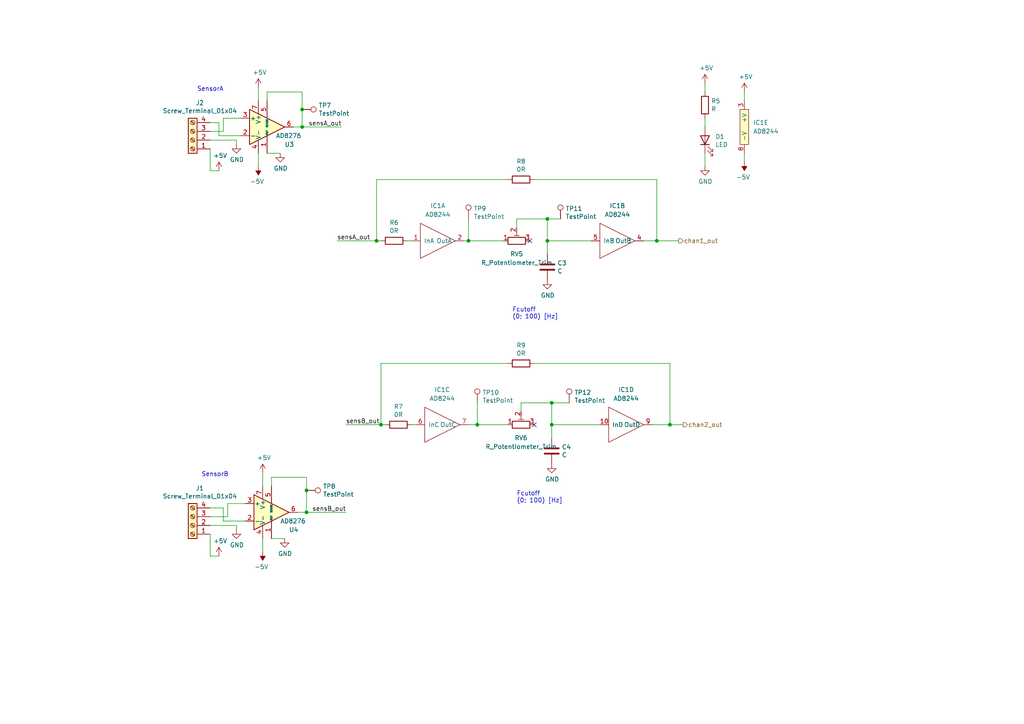
<source format=kicad_sch>
(kicad_sch (version 20231120) (generator "eeschema") (generator_version "8.0")
  (paper "A4")
  (lib_symbols
    (symbol "Amplifier_Difference:AD8276" (pin_names (offset 0.127))
      (property "Reference" "U" (at 7.62 5.08 0))
      (property "Value" "AD8276" (at 7.62 2.54 0))
      (symbol "AD8276_0_1"
        (polyline (pts (xy -5.08 5.08) (xy 5.08 0) (xy -5.08 -5.08) (xy -5.08 5.08)) (stroke (width 0.254)) (fill (type background)))
      )
      (symbol "AD8276_1_1"
        (pin passive line (at 0 -7.62 90) (length 5.08) (name "REF") (number "1"))
        (pin passive line (at -7.62 -2.54 0) (length 2.54) (name "-") (number "2"))
        (pin passive line (at -7.62 2.54 0) (length 2.54) (name "+") (number "3"))
        (pin power_in line (at -2.54 -7.62 90) (length 3.81) (name "V-") (number "4"))
        (pin passive line (at 0 7.62 270) (length 5.08) (name "SENSE") (number "5"))
        (pin output line (at 7.62 0 180) (length 2.54) (name "~") (number "6"))
        (pin power_in line (at -2.54 7.62 270) (length 3.81) (name "V+") (number "7"))
        (pin no_connect line (at -5.08 0 0) (length 2.54) hide (name "~") (number "8"))
      )
    )
    (symbol "Connector:Screw_Terminal_01x04" (pin_names (offset 1.016) hide)
      (property "Reference" "J" (at 0 5.08 0))
      (property "Value" "Screw_Terminal_01x04" (at 0 -7.62 0))
      (symbol "Screw_Terminal_01x04_1_1"
        (rectangle (start -1.27 3.81) (end 1.27 -6.35) (stroke (width 0.254)) (fill (type background)))
        (circle (center 0 -5.08) (radius 0.635) (stroke (width 0.1524)))
        (circle (center 0 -2.54) (radius 0.635) (stroke (width 0.1524)))
        (polyline (pts (xy -0.5334 -4.7498) (xy 0.3302 -5.588)) (stroke (width 0.1524)))
        (polyline (pts (xy -0.5334 -2.2098) (xy 0.3302 -3.048)) (stroke (width 0.1524)))
        (polyline (pts (xy -0.5334 0.3302) (xy 0.3302 -0.508)) (stroke (width 0.1524)))
        (polyline (pts (xy -0.5334 2.8702) (xy 0.3302 2.032)) (stroke (width 0.1524)))
        (polyline (pts (xy -0.3556 -4.572) (xy 0.508 -5.4102)) (stroke (width 0.1524)))
        (polyline (pts (xy -0.3556 -2.032) (xy 0.508 -2.8702)) (stroke (width 0.1524)))
        (polyline (pts (xy -0.3556 0.508) (xy 0.508 -0.3302)) (stroke (width 0.1524)))
        (polyline (pts (xy -0.3556 3.048) (xy 0.508 2.2098)) (stroke (width 0.1524)))
        (circle (center 0 0) (radius 0.635) (stroke (width 0.1524)))
        (circle (center 0 2.54) (radius 0.635) (stroke (width 0.1524)))
        (pin passive line (at -5.08 2.54 0) (length 3.81) (name "Pin_1") (number "1"))
        (pin passive line (at -5.08 0 0) (length 3.81) (name "Pin_2") (number "2"))
        (pin passive line (at -5.08 -2.54 0) (length 3.81) (name "Pin_3") (number "3"))
        (pin passive line (at -5.08 -5.08 0) (length 3.81) (name "Pin_4") (number "4"))
      )
    )
    (symbol "Connector:TestPoint" (pin_numbers hide) (pin_names (offset 0.762) hide)
      (property "Reference" "TP" (at 0 6.858 0))
      (property "Value" "TestPoint" (at 0 5.08 0))
      (symbol "TestPoint_0_1"
        (circle (center 0 3.302) (radius 0.762))
      )
      (symbol "TestPoint_1_1"
        (pin passive line (at 0 0 90) (length 2.54) (name "1") (number "1"))
      )
    )
    (symbol "Device:C" (pin_numbers hide) (pin_names (offset 0.254))
      (property "Reference" "C" (at 0.635 2.54 0))
      (property "Value" "C" (at 0.635 -2.54 0))
      (symbol "C_0_1"
        (polyline (pts (xy -2.032 -0.762) (xy 2.032 -0.762)) (stroke (width 0.508)))
        (polyline (pts (xy -2.032 0.762) (xy 2.032 0.762)) (stroke (width 0.508)))
      )
      (symbol "C_1_1"
        (pin passive line (at 0 3.81 270) (length 2.794) (name "~") (number "1"))
        (pin passive line (at 0 -3.81 90) (length 2.794) (name "~") (number "2"))
      )
    )
    (symbol "Device:LED" (pin_numbers hide) (pin_names (offset 1.016) hide)
      (property "Reference" "D" (at 0 2.54 0))
      (property "Value" "LED" (at 0 -2.54 0))
      (symbol "LED_0_1"
        (polyline (pts (xy -1.27 -1.27) (xy -1.27 1.27)) (stroke (width 0.254)))
        (polyline (pts (xy -1.27 0) (xy 1.27 0)))
        (polyline (pts (xy 1.27 -1.27) (xy 1.27 1.27) (xy -1.27 0) (xy 1.27 -1.27)) (stroke (width 0.254)))
        (polyline (pts (xy -3.048 -0.762) (xy -4.572 -2.286) (xy -3.81 -2.286) (xy -4.572 -2.286) (xy -4.572 -1.524)))
        (polyline (pts (xy -1.778 -0.762) (xy -3.302 -2.286) (xy -2.54 -2.286) (xy -3.302 -2.286) (xy -3.302 -1.524)))
      )
      (symbol "LED_1_1"
        (pin passive line (at -3.81 0 0) (length 2.54) (name "K") (number "1"))
        (pin passive line (at 3.81 0 180) (length 2.54) (name "A") (number "2"))
      )
    )
    (symbol "Device:R" (pin_numbers hide) (pin_names (offset 0))
      (property "Reference" "R" (at 2.032 0 90))
      (property "Value" "R" (at 0 0 90))
      (symbol "R_0_1"
        (rectangle (start -1.016 -2.54) (end 1.016 2.54) (stroke (width 0.254)))
      )
      (symbol "R_1_1"
        (pin passive line (at 0 3.81 270) (length 1.27) (name "~") (number "1"))
        (pin passive line (at 0 -3.81 90) (length 1.27) (name "~") (number "2"))
      )
    )
    (symbol "Device:R_Potentiometer_Trim" (pin_names (offset 1.016) hide)
      (property "Reference" "RV" (at -4.445 0 90))
      (property "Value" "R_Potentiometer_Trim" (at -2.54 0 90))
      (symbol "R_Potentiometer_Trim_0_1"
        (polyline (pts (xy 1.524 0.762) (xy 1.524 -0.762)))
        (polyline (pts (xy 2.54 0) (xy 1.524 0)))
        (rectangle (start 1.016 2.54) (end -1.016 -2.54) (stroke (width 0.254)))
      )
      (symbol "R_Potentiometer_Trim_1_1"
        (pin passive line (at 0 3.81 270) (length 1.27) (name "1") (number "1"))
        (pin passive line (at 3.81 0 180) (length 1.27) (name "2") (number "2"))
        (pin passive line (at 0 -3.81 90) (length 1.27) (name "3") (number "3"))
      )
    )
    (symbol "dodo-analog:AD8244" (pin_names (offset 1.016))
      (property "Reference" "IC" (at 1.27 3.81 0))
      (property "Value" "AD8244" (at 2.54 -5.08 0))
      (symbol "AD8244_1_1"
        (polyline (pts (xy -3.81 5.08) (xy -3.81 -5.08)))
        (polyline (pts (xy -3.81 -5.08) (xy 6.35 0) (xy -3.81 5.08)))
        (pin input line (at -6.35 0 0) (length 2.54) (name "InA") (number "1"))
        (pin output line (at 8.89 0 180) (length 2.54) (name "OutA") (number "2"))
      )
      (symbol "AD8244_2_1"
        (polyline (pts (xy -3.81 5.08) (xy -3.81 -5.08)))
        (polyline (pts (xy -3.81 -5.08) (xy 6.35 0) (xy -3.81 5.08)))
        (pin output line (at 8.89 0 180) (length 2.54) (name "OutB") (number "4"))
        (pin input line (at -6.35 0 0) (length 2.54) (name "InB") (number "5"))
      )
      (symbol "AD8244_3_1"
        (polyline (pts (xy -3.81 5.08) (xy -3.81 -5.08)))
        (polyline (pts (xy -3.81 -5.08) (xy 6.35 0) (xy -3.81 5.08)))
        (pin input line (at -6.35 0 0) (length 2.54) (name "InC") (number "6"))
        (pin output line (at 8.89 0 180) (length 2.54) (name "OutC") (number "7"))
      )
      (symbol "AD8244_4_1"
        (polyline (pts (xy -3.81 5.08) (xy -3.81 -5.08)))
        (polyline (pts (xy -3.81 -5.08) (xy 6.35 0) (xy -3.81 5.08)))
        (pin input line (at -6.35 0 0) (length 2.54) (name "InD") (number "10"))
        (pin output line (at 8.89 0 180) (length 2.54) (name "OutD") (number "9"))
      )
      (symbol "AD8244_5_1"
        (rectangle (start -5.08 1.27) (end 5.08 -1.27) (fill (type background)))
        (pin power_in line (at -7.62 0 0) (length 2.54) (name "+V") (number "3"))
        (pin power_in line (at 7.62 0 180) (length 2.54) (name "-V") (number "8"))
      )
    )
    (symbol "power:+5V" (power) (pin_names (offset 0))
      (property "Value" "+5V" (at 0 3.556 0))
      (symbol "+5V_0_1"
        (polyline (pts (xy -0.762 1.27) (xy 0 2.54)))
        (polyline (pts (xy 0 0) (xy 0 2.54)))
        (polyline (pts (xy 0 2.54) (xy 0.762 1.27)))
      )
      (symbol "+5V_1_1"
        (pin power_in line (at 0 0 90) (length 0) hide (name "+5V") (number "1"))
      )
    )
    (symbol "power:-5V" (power) (pin_names (offset 0))
      (property "Value" "-5V" (at 0 3.81 0))
      (symbol "-5V_0_0"
        (pin power_in line (at 0 0 90) (length 0) hide (name "-5V") (number "1"))
      )
      (symbol "-5V_0_1"
        (polyline (pts (xy 0 0) (xy 0 1.27) (xy 0.762 1.27) (xy 0 2.54) (xy -0.762 1.27) (xy 0 1.27)) (fill (type outline)))
      )
    )
    (symbol "power:GND" (power) (pin_names (offset 0))
      (property "Value" "GND" (at 0 -3.81 0))
      (symbol "GND_0_1"
        (polyline (pts (xy 0 0) (xy 0 -1.27) (xy 1.27 -1.27) (xy 0 -2.54) (xy -1.27 -1.27) (xy 0 -1.27)))
      )
      (symbol "GND_1_1"
        (pin power_in line (at 0 0 270) (length 0) hide (name "GND") (number "1"))
      )
    )
  )
  (junction (at 109.22 69.85))
  (junction (at 194.31 123.19))
  (junction (at 87.63 36.83))
  (junction (at 88.9 142.24))
  (junction (at 158.75 69.85))
  (junction (at 160.02 116.84))
  (junction (at 88.9 148.59))
  (junction (at 138.43 123.19))
  (junction (at 110.49 123.19))
  (junction (at 160.02 123.19))
  (junction (at 87.63 31.75))
  (junction (at 190.5 69.85))
  (junction (at 135.89 69.85))
  (junction (at 158.75 63.5))
  (no_connect (at 153.67 69.85))
  (no_connect (at 154.94 123.19))
  (wire (pts (xy 158.75 69.85) (xy 171.45 69.85)))
  (wire (pts (xy 165.1 116.84) (xy 160.02 116.84)))
  (wire (pts (xy 138.43 123.19) (xy 147.32 123.19)))
  (wire (pts (xy 186.69 69.85) (xy 190.5 69.85)))
  (wire (pts (xy 87.63 31.75) (xy 87.63 36.83)))
  (wire (pts (xy 110.49 105.41) (xy 147.32 105.41)))
  (wire (pts (xy 66.04 149.86) (xy 60.96 149.86)))
  (wire (pts (xy 60.96 38.1) (xy 64.77 38.1)))
  (wire (pts (xy 204.47 48.26) (xy 204.47 44.45)))
  (wire (pts (xy 66.04 146.05) (xy 66.04 149.86)))
  (wire (pts (xy 190.5 69.85) (xy 196.85 69.85)))
  (wire (pts (xy 68.58 40.64) (xy 68.58 41.91)))
  (wire (pts (xy 88.9 148.59) (xy 100.33 148.59)))
  (wire (pts (xy 77.47 29.21) (xy 77.47 26.67)))
  (wire (pts (xy 149.86 63.5) (xy 158.75 63.5)))
  (wire (pts (xy 60.96 40.64) (xy 68.58 40.64)))
  (wire (pts (xy 109.22 69.85) (xy 110.49 69.85)))
  (wire (pts (xy 160.02 123.19) (xy 160.02 127)))
  (wire (pts (xy 78.74 138.43) (xy 88.9 138.43)))
  (wire (pts (xy 151.13 116.84) (xy 160.02 116.84)))
  (wire (pts (xy 158.75 63.5) (xy 158.75 69.85)))
  (wire (pts (xy 74.93 29.21) (xy 74.93 25.4)))
  (wire (pts (xy 160.02 123.19) (xy 173.99 123.19)))
  (wire (pts (xy 135.89 123.19) (xy 138.43 123.19)))
  (wire (pts (xy 71.12 151.13) (xy 64.77 151.13)))
  (wire (pts (xy 64.77 151.13) (xy 64.77 147.32)))
  (wire (pts (xy 215.9 29.21) (xy 215.9 26.67)))
  (wire (pts (xy 162.56 63.5) (xy 158.75 63.5)))
  (wire (pts (xy 77.47 44.45) (xy 81.28 44.45)))
  (wire (pts (xy 194.31 123.19) (xy 194.31 105.41)))
  (wire (pts (xy 78.74 140.97) (xy 78.74 138.43)))
  (wire (pts (xy 109.22 52.07) (xy 147.32 52.07)))
  (wire (pts (xy 63.5 39.37) (xy 69.85 39.37)))
  (wire (pts (xy 60.96 154.94) (xy 60.96 161.29)))
  (wire (pts (xy 87.63 26.67) (xy 87.63 31.75)))
  (wire (pts (xy 60.96 161.29) (xy 63.5 161.29)))
  (wire (pts (xy 68.58 152.4) (xy 60.96 152.4)))
  (wire (pts (xy 88.9 148.59) (xy 86.36 148.59)))
  (wire (pts (xy 109.22 69.85) (xy 109.22 52.07)))
  (wire (pts (xy 87.63 36.83) (xy 99.06 36.83)))
  (wire (pts (xy 204.47 36.83) (xy 204.47 34.29)))
  (wire (pts (xy 189.23 123.19) (xy 194.31 123.19)))
  (wire (pts (xy 118.11 69.85) (xy 119.38 69.85)))
  (wire (pts (xy 158.75 69.85) (xy 158.75 73.66)))
  (wire (pts (xy 64.77 147.32) (xy 60.96 147.32)))
  (wire (pts (xy 151.13 119.38) (xy 151.13 116.84)))
  (wire (pts (xy 74.93 44.45) (xy 74.93 48.26)))
  (wire (pts (xy 78.74 156.21) (xy 82.55 156.21)))
  (wire (pts (xy 64.77 34.29) (xy 69.85 34.29)))
  (wire (pts (xy 88.9 142.24) (xy 88.9 148.59)))
  (wire (pts (xy 160.02 116.84) (xy 160.02 123.19)))
  (wire (pts (xy 63.5 35.56) (xy 63.5 39.37)))
  (wire (pts (xy 138.43 123.19) (xy 138.43 116.84)))
  (wire (pts (xy 110.49 123.19) (xy 110.49 105.41)))
  (wire (pts (xy 77.47 26.67) (xy 87.63 26.67)))
  (wire (pts (xy 215.9 44.45) (xy 215.9 46.99)))
  (wire (pts (xy 76.2 140.97) (xy 76.2 137.16)))
  (wire (pts (xy 135.89 69.85) (xy 146.05 69.85)))
  (wire (pts (xy 120.65 123.19) (xy 119.38 123.19)))
  (wire (pts (xy 60.96 49.53) (xy 63.5 49.53)))
  (wire (pts (xy 134.62 69.85) (xy 135.89 69.85)))
  (wire (pts (xy 154.94 52.07) (xy 190.5 52.07)))
  (wire (pts (xy 64.77 38.1) (xy 64.77 34.29)))
  (wire (pts (xy 71.12 146.05) (xy 66.04 146.05)))
  (wire (pts (xy 135.89 63.5) (xy 135.89 69.85)))
  (wire (pts (xy 97.79 69.85) (xy 109.22 69.85)))
  (wire (pts (xy 76.2 156.21) (xy 76.2 160.02)))
  (wire (pts (xy 60.96 43.18) (xy 60.96 49.53)))
  (wire (pts (xy 110.49 123.19) (xy 100.33 123.19)))
  (wire (pts (xy 149.86 66.04) (xy 149.86 63.5)))
  (wire (pts (xy 87.63 36.83) (xy 85.09 36.83)))
  (wire (pts (xy 154.94 105.41) (xy 194.31 105.41)))
  (wire (pts (xy 190.5 52.07) (xy 190.5 69.85)))
  (wire (pts (xy 194.31 123.19) (xy 198.12 123.19)))
  (wire (pts (xy 68.58 153.67) (xy 68.58 152.4)))
  (wire (pts (xy 204.47 26.67) (xy 204.47 24.13)))
  (wire (pts (xy 63.5 35.56) (xy 60.96 35.56)))
  (wire (pts (xy 88.9 138.43) (xy 88.9 142.24)))
  (wire (pts (xy 111.76 123.19) (xy 110.49 123.19)))
  (text "Fcutoff \n(0; 100) [Hz]" (at 149.86 146.05 0) (effects (font (size 1.27 1.27)) (justify left bottom)))
  (text "SensorB" (at 58.42 138.43 0) (effects (font (size 1.27 1.27)) (justify left bottom)))
  (text "Fcutoff \n(0; 100) [Hz]" (at 148.59 92.71 0) (effects (font (size 1.27 1.27)) (justify left bottom)))
  (text "SensorA" (at 57.15 26.67 0) (effects (font (size 1.27 1.27)) (justify left bottom)))
  (label "sensB_out" (at 100.33 123.19 0))
  (label "sensB_out" (at 100.33 148.59 180))
  (label "sensA_out" (at 97.79 69.85 0))
  (label "sensA_out" (at 99.06 36.83 180))
  (hierarchical_label "chan1_out" (shape output) (at 196.85 69.85 0))
  (hierarchical_label "chan2_out" (shape output) (at 198.12 123.19 0))
  (symbol (lib_id "power:+5V") (at 74.93 25.4 0) (unit 1)
    (property "Reference" "#PWR015" (effects (hide yes)))
    (property "Value" "+5V" (at 75.311 21.0058 0))
  )
  (symbol (lib_id "power:-5V") (at 74.93 48.26 180) (unit 1)
    (property "Reference" "#PWR016" (effects (hide yes)))
    (property "Value" "-5V" (at 74.549 52.6542 0))
  )
  (symbol (lib_id "Device:C") (at 158.75 77.47 0) (unit 1)
    (property "Reference" "C3" (at 161.671 76.3016 0) (effects (justify left)))
    (property "Value" "C" (at 161.671 78.613 0) (effects (justify left)))
    (property "Footprint" "Capacitor_SMD:C_0603_1608Metric" (effects (hide yes)))
  )
  (symbol (lib_id "power:GND") (at 158.75 81.28 0) (unit 1)
    (property "Reference" "#PWR021" (effects (hide yes)))
    (property "Value" "GND" (at 158.877 85.6742 0))
  )
  (symbol (lib_id "power:GND") (at 82.55 156.21 0) (unit 1)
    (property "Reference" "#PWR020" (effects (hide yes)))
    (property "Value" "GND" (at 82.677 160.6042 0))
  )
  (symbol (lib_id "Amplifier_Difference:AD8276") (at 78.74 148.59 0) (unit 1)
    (property "Reference" "U4" (at 83.82 153.67 0) (effects (justify left)))
    (property "Value" "AD8276" (at 81.28 151.13 0) (effects (justify left)))
    (property "Footprint" "Package_SO:SOIC-8_3.9x4.9mm_P1.27mm" (effects (hide yes)))
    (property "Datasheet" "https://www.analog.com/media/en/technical-documentation/data-sheets/AD8276_8277.pdf" (effects (hide yes)))
    (property "BOM" "https://eu.mouser.com/ProductDetail/Analog-Devices/AD8276ARZ?qs=sGAEpiMZZMv9Q1JI0Mo%2FtSQmcggxWXiF" (effects (hide yes)))
  )
  (symbol (lib_id "power:+5V") (at 76.2 137.16 0) (unit 1)
    (property "Reference" "#PWR017" (effects (hide yes)))
    (property "Value" "+5V" (at 76.581 132.7658 0))
  )
  (symbol (lib_id "power:-5V") (at 76.2 160.02 180) (unit 1)
    (property "Reference" "#PWR018" (effects (hide yes)))
    (property "Value" "-5V" (at 75.819 164.4142 0))
  )
  (symbol (lib_id "power:GND") (at 81.28 44.45 0) (unit 1)
    (property "Reference" "#PWR019" (effects (hide yes)))
    (property "Value" "GND" (at 81.407 48.8442 0))
  )
  (symbol (lib_id "Device:C") (at 160.02 130.81 0) (unit 1)
    (property "Reference" "C4" (at 162.941 129.6416 0) (effects (justify left)))
    (property "Value" "C" (at 162.941 131.953 0) (effects (justify left)))
    (property "Footprint" "Capacitor_SMD:C_0603_1608Metric" (effects (hide yes)))
  )
  (symbol (lib_id "power:GND") (at 160.02 134.62 0) (unit 1)
    (property "Reference" "#PWR022" (effects (hide yes)))
    (property "Value" "GND" (at 160.147 139.0142 0))
  )
  (symbol (lib_id "Amplifier_Difference:AD8276") (at 77.47 36.83 0) (unit 1)
    (property "Reference" "U3" (at 82.55 41.91 0) (effects (justify left)))
    (property "Value" "AD8276" (at 80.01 39.37 0) (effects (justify left)))
    (property "Footprint" "Package_SO:SOIC-8_3.9x4.9mm_P1.27mm" (effects (hide yes)))
    (property "Datasheet" "https://www.analog.com/media/en/technical-documentation/data-sheets/AD8276_8277.pdf" (effects (hide yes)))
    (property "BOM" "https://eu.mouser.com/ProductDetail/Analog-Devices/AD8276ARZ?qs=sGAEpiMZZMv9Q1JI0Mo%2FtSQmcggxWXiF" (effects (hide yes)))
  )
  (symbol (lib_id "Device:R") (at 151.13 105.41 270) (unit 1)
    (property "Reference" "R9" (at 151.13 100.1522 90))
    (property "Value" "0R" (at 151.13 102.4636 90))
    (property "Footprint" "Resistor_SMD:R_0603_1608Metric" (effects (hide yes)))
  )
  (symbol (lib_id "Device:R") (at 115.57 123.19 270) (unit 1)
    (property "Reference" "R7" (at 115.57 117.9322 90))
    (property "Value" "0R" (at 115.57 120.2436 90))
    (property "Footprint" "Resistor_SMD:R_0603_1608Metric" (effects (hide yes)))
  )
  (symbol (lib_id "Connector:TestPoint") (at 87.63 31.75 270) (unit 1)
    (property "Reference" "TP7" (at 92.4052 30.5816 90) (effects (justify left)))
    (property "Value" "TestPoint" (at 92.4052 32.893 90) (effects (justify left)))
    (property "Footprint" "TestPoint:TestPoint_Pad_3.0x3.0mm" (effects (hide yes)))
    (property "Datasheet" "https://eu.mouser.com/datasheet/2/215/Keystone_Electronics_04082019_5190TR-5199TR-1551357.pdf" (effects (hide yes)))
    (property "BOM" "https://eu.mouser.com/ProductDetail/Keystone-Electronics/5194TR?qs=sGAEpiMZZMtzcnMBgC2bs84ygu06jYzulkX4bJ%2F%252Bd0s%3D" (effects (hide yes)))
  )
  (symbol (lib_id "Connector:TestPoint") (at 88.9 142.24 270) (unit 1)
    (property "Reference" "TP8" (at 93.6752 141.0716 90) (effects (justify left)))
    (property "Value" "TestPoint" (at 93.6752 143.383 90) (effects (justify left)))
    (property "Footprint" "TestPoint:TestPoint_Pad_3.0x3.0mm" (effects (hide yes)))
    (property "Datasheet" "https://eu.mouser.com/datasheet/2/215/Keystone_Electronics_04082019_5190TR-5199TR-1551357.pdf" (effects (hide yes)))
    (property "BOM" "https://eu.mouser.com/ProductDetail/Keystone-Electronics/5194TR?qs=sGAEpiMZZMtzcnMBgC2bs84ygu06jYzulkX4bJ%2F%252Bd0s%3D" (effects (hide yes)))
  )
  (symbol (lib_id "Connector:TestPoint") (at 165.1 116.84 0) (unit 1)
    (property "Reference" "TP12" (at 166.5732 113.8428 0) (effects (justify left)))
    (property "Value" "TestPoint" (at 166.5732 116.1542 0) (effects (justify left)))
    (property "Footprint" "TestPoint:TestPoint_Pad_3.0x3.0mm" (effects (hide yes)))
    (property "Datasheet" "https://eu.mouser.com/datasheet/2/215/Keystone_Electronics_04082019_5190TR-5199TR-1551357.pdf" (effects (hide yes)))
    (property "BOM" "https://eu.mouser.com/ProductDetail/Keystone-Electronics/5194TR?qs=sGAEpiMZZMtzcnMBgC2bs84ygu06jYzulkX4bJ%2F%252Bd0s%3D" (effects (hide yes)))
  )
  (symbol (lib_id "Connector:TestPoint") (at 138.43 116.84 0) (unit 1)
    (property "Reference" "TP10" (at 139.9032 113.8428 0) (effects (justify left)))
    (property "Value" "TestPoint" (at 139.9032 116.1542 0) (effects (justify left)))
    (property "Footprint" "TestPoint:TestPoint_Pad_3.0x3.0mm" (effects (hide yes)))
    (property "Datasheet" "https://eu.mouser.com/datasheet/2/215/Keystone_Electronics_04082019_5190TR-5199TR-1551357.pdf" (effects (hide yes)))
    (property "BOM" "https://eu.mouser.com/ProductDetail/Keystone-Electronics/5194TR?qs=sGAEpiMZZMtzcnMBgC2bs84ygu06jYzulkX4bJ%2F%252Bd0s%3D" (effects (hide yes)))
  )
  (symbol (lib_id "power:-5V") (at 215.9 46.99 180) (unit 1)
    (property "Reference" "#PWR026" (effects (hide yes)))
    (property "Value" "-5V" (at 215.519 51.3842 0))
  )
  (symbol (lib_id "Device:R") (at 151.13 52.07 270) (unit 1)
    (property "Reference" "R8" (at 151.13 46.8122 90))
    (property "Value" "0R" (at 151.13 49.1236 90))
    (property "Footprint" "Resistor_SMD:R_0603_1608Metric" (effects (hide yes)))
  )
  (symbol (lib_id "power:+5V") (at 215.9 26.67 0) (unit 1)
    (property "Reference" "#PWR025" (effects (hide yes)))
    (property "Value" "+5V" (at 216.281 22.2758 0))
  )
  (symbol (lib_id "Device:R") (at 114.3 69.85 270) (unit 1)
    (property "Reference" "R6" (at 114.3 64.5922 90))
    (property "Value" "0R" (at 114.3 66.9036 90))
    (property "Footprint" "Resistor_SMD:R_0603_1608Metric" (effects (hide yes)))
  )
  (symbol (lib_id "Connector:TestPoint") (at 162.56 63.5 0) (unit 1)
    (property "Reference" "TP11" (at 164.0332 60.5028 0) (effects (justify left)))
    (property "Value" "TestPoint" (at 164.0332 62.8142 0) (effects (justify left)))
    (property "Footprint" "TestPoint:TestPoint_Pad_3.0x3.0mm" (effects (hide yes)))
    (property "Datasheet" "https://eu.mouser.com/datasheet/2/215/Keystone_Electronics_04082019_5190TR-5199TR-1551357.pdf" (effects (hide yes)))
    (property "BOM" "https://eu.mouser.com/ProductDetail/Keystone-Electronics/5194TR?qs=sGAEpiMZZMtzcnMBgC2bs84ygu06jYzulkX4bJ%2F%252Bd0s%3D" (effects (hide yes)))
  )
  (symbol (lib_id "Connector:TestPoint") (at 135.89 63.5 0) (unit 1)
    (property "Reference" "TP9" (at 137.3632 60.5028 0) (effects (justify left)))
    (property "Value" "TestPoint" (at 137.3632 62.8142 0) (effects (justify left)))
    (property "Footprint" "TestPoint:TestPoint_Pad_3.0x3.0mm" (effects (hide yes)))
    (property "Datasheet" "https://eu.mouser.com/datasheet/2/215/Keystone_Electronics_04082019_5190TR-5199TR-1551357.pdf" (effects (hide yes)))
    (property "BOM" "https://eu.mouser.com/ProductDetail/Keystone-Electronics/5194TR?qs=sGAEpiMZZMtzcnMBgC2bs84ygu06jYzulkX4bJ%2F%252Bd0s%3D" (effects (hide yes)))
  )
  (symbol (lib_id "power:+5V") (at 63.5 161.29 0) (unit 1)
    (property "Reference" "#PWR013" (effects (hide yes)))
    (property "Value" "+5V" (at 63.881 156.8958 0))
  )
  (symbol (lib_id "power:GND") (at 68.58 153.67 0) (unit 1)
    (property "Reference" "#PWR011" (effects (hide yes)))
    (property "Value" "GND" (at 68.707 158.0642 0))
  )
  (symbol (lib_id "power:+5V") (at 63.5 49.53 0) (unit 1)
    (property "Reference" "#PWR014" (effects (hide yes)))
    (property "Value" "+5V" (at 63.881 45.1358 0))
  )
  (symbol (lib_id "power:GND") (at 68.58 41.91 0) (unit 1)
    (property "Reference" "#PWR012" (effects (hide yes)))
    (property "Value" "GND" (at 68.707 46.3042 0))
  )
  (symbol (lib_id "Connector:Screw_Terminal_01x04") (at 55.88 40.64 180) (unit 1)
    (property "Reference" "J2" (at 57.9628 29.845 0))
    (property "Value" "Screw_Terminal_01x04" (at 57.9628 32.1564 0))
    (property "Footprint" "TerminalBlock_Phoenix:TerminalBlock_Phoenix_MKDS-1,5-4-5.08_1x04_P5.08mm_Horizontal" (effects (hide yes)))
    (property "BOM" "https://eu.mouser.com/ProductDetail/Phoenix-Contact/1725672?qs=sGAEpiMZZMvZTcaMAxB2AF3qQv3QF5c1cqzdDV%2FmZgo%3D" (effects (hide yes)))
  )
  (symbol (lib_id "Connector:Screw_Terminal_01x04") (at 55.88 152.4 180) (unit 1)
    (property "Reference" "J1" (at 57.9628 141.605 0))
    (property "Value" "Screw_Terminal_01x04" (at 57.9628 143.9164 0))
    (property "Footprint" "TerminalBlock_Phoenix:TerminalBlock_Phoenix_MKDS-1,5-4-5.08_1x04_P5.08mm_Horizontal" (effects (hide yes)))
    (property "BOM" "https://eu.mouser.com/ProductDetail/Phoenix-Contact/1725672?qs=sGAEpiMZZMvZTcaMAxB2AF3qQv3QF5c1cqzdDV%2FmZgo%3D" (effects (hide yes)))
  )
  (symbol (lib_id "Device:LED") (at 204.47 40.64 90) (unit 1)
    (property "Reference" "D1" (at 207.4418 39.6494 90) (effects (justify right)))
    (property "Value" "LED" (at 207.4418 41.9608 90) (effects (justify right)))
    (property "Footprint" "LED_SMD:LED_0603_1608Metric" (effects (hide yes)))
    (property "Datasheet" "https://eu.mouser.com/datasheet/2/109/Dialight_CBI_data_599-0603_Apr2018-1370611.pdf" (effects (hide yes)))
    (property "BOM" "https://eu.mouser.com/ProductDetail/Dialight/599-0010-007F?qs=sGAEpiMZZMseGfSY3csMkdgyOOAg6kv2lGy%2FbkJhIAObtuLERQeGuQ%3D%3D" (effects (hide yes)))
  )
  (symbol (lib_id "Device:R") (at 204.47 30.48 0) (unit 1)
    (property "Reference" "R5" (at 206.248 29.3116 0) (effects (justify left)))
    (property "Value" "R" (at 206.248 31.623 0) (effects (justify left)))
    (property "Footprint" "Resistor_SMD:R_0603_1608Metric" (effects (hide yes)))
  )
  (symbol (lib_id "power:GND") (at 204.47 48.26 0) (unit 1)
    (property "Reference" "#PWR024" (effects (hide yes)))
    (property "Value" "GND" (at 204.597 52.6542 0))
  )
  (symbol (lib_id "power:+5V") (at 204.47 24.13 0) (unit 1)
    (property "Reference" "#PWR023" (effects (hide yes)))
    (property "Value" "+5V" (at 204.851 19.7358 0))
  )
  (symbol (lib_id "dodo-analog:AD8244") (at 177.8 69.85 0) (unit 2)
    (property "Reference" "IC1" (at 179.07 59.69 0))
    (property "Value" "AD8244" (at 179.07 62.23 0))
    (property "Footprint" "Package_SO:MSOP-10_3x3mm_P0.5mm" (effects (hide yes)))
  )
  (symbol (lib_id "Device:R_Potentiometer_Trim") (at 151.13 123.19 90) (unit 1)
    (property "Reference" "RV6" (at 151.13 127 90))
    (property "Value" "R_Potentiometer_Trim" (at 151.13 129.54 90))
    (property "Description" "Trim-potentiometer" (effects (hide yes)))
  )
  (symbol (lib_id "dodo-analog:AD8244") (at 125.73 69.85 0) (unit 1)
    (property "Reference" "IC1" (at 127 59.69 0))
    (property "Value" "AD8244" (at 127 62.23 0))
    (property "Footprint" "Package_SO:MSOP-10_3x3mm_P0.5mm" (effects (hide yes)))
  )
  (symbol (lib_id "Device:R_Potentiometer_Trim") (at 149.86 69.85 90) (unit 1)
    (property "Reference" "RV5" (at 149.86 73.66 90))
    (property "Value" "R_Potentiometer_Trim" (at 149.86 76.2 90))
    (property "Description" "Trim-potentiometer" (effects (hide yes)))
  )
  (symbol (lib_id "dodo-analog:AD8244") (at 127 123.19 0) (unit 3)
    (property "Reference" "IC1" (at 128.27 113.03 0))
    (property "Value" "AD8244" (at 128.27 115.57 0))
    (property "Footprint" "Package_SO:MSOP-10_3x3mm_P0.5mm" (effects (hide yes)))
  )
  (symbol (lib_id "dodo-analog:AD8244") (at 215.9 36.83 270) (unit 5)
    (property "Reference" "IC1" (at 218.44 35.5599 90) (effects (justify left)))
    (property "Value" "AD8244" (at 218.44 38.0999 90) (effects (justify left)))
    (property "Footprint" "Package_SO:MSOP-10_3x3mm_P0.5mm" (effects (hide yes)))
  )
  (symbol (lib_id "dodo-analog:AD8244") (at 180.34 123.19 0) (unit 4)
    (property "Reference" "IC1" (at 181.61 113.03 0))
    (property "Value" "AD8244" (at 181.61 115.57 0))
    (property "Footprint" "Package_SO:MSOP-10_3x3mm_P0.5mm" (effects (hide yes)))
  )
)
</source>
